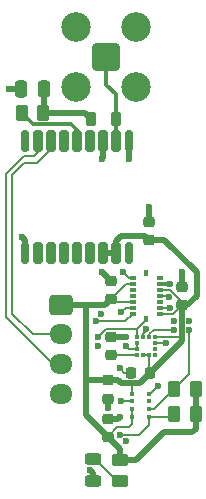
<source format=gbr>
%TF.GenerationSoftware,KiCad,Pcbnew,8.0.8*%
%TF.CreationDate,2025-02-07T05:59:22-05:00*%
%TF.ProjectId,SensorBoardNoMCU,53656e73-6f72-4426-9f61-72644e6f4d43,rev?*%
%TF.SameCoordinates,Original*%
%TF.FileFunction,Copper,L1,Top*%
%TF.FilePolarity,Positive*%
%FSLAX46Y46*%
G04 Gerber Fmt 4.6, Leading zero omitted, Abs format (unit mm)*
G04 Created by KiCad (PCBNEW 8.0.8) date 2025-02-07 05:59:22*
%MOMM*%
%LPD*%
G01*
G04 APERTURE LIST*
G04 Aperture macros list*
%AMRoundRect*
0 Rectangle with rounded corners*
0 $1 Rounding radius*
0 $2 $3 $4 $5 $6 $7 $8 $9 X,Y pos of 4 corners*
0 Add a 4 corners polygon primitive as box body*
4,1,4,$2,$3,$4,$5,$6,$7,$8,$9,$2,$3,0*
0 Add four circle primitives for the rounded corners*
1,1,$1+$1,$2,$3*
1,1,$1+$1,$4,$5*
1,1,$1+$1,$6,$7*
1,1,$1+$1,$8,$9*
0 Add four rect primitives between the rounded corners*
20,1,$1+$1,$2,$3,$4,$5,0*
20,1,$1+$1,$4,$5,$6,$7,0*
20,1,$1+$1,$6,$7,$8,$9,0*
20,1,$1+$1,$8,$9,$2,$3,0*%
G04 Aperture macros list end*
%TA.AperFunction,SMDPad,CuDef*%
%ADD10RoundRect,0.225000X0.250000X-0.225000X0.250000X0.225000X-0.250000X0.225000X-0.250000X-0.225000X0*%
%TD*%
%TA.AperFunction,SMDPad,CuDef*%
%ADD11RoundRect,0.243750X0.456250X-0.243750X0.456250X0.243750X-0.456250X0.243750X-0.456250X-0.243750X0*%
%TD*%
%TA.AperFunction,SMDPad,CuDef*%
%ADD12R,0.590000X0.350000*%
%TD*%
%TA.AperFunction,SMDPad,CuDef*%
%ADD13R,0.350000X0.590000*%
%TD*%
%TA.AperFunction,SMDPad,CuDef*%
%ADD14RoundRect,0.225000X-0.250000X0.225000X-0.250000X-0.225000X0.250000X-0.225000X0.250000X0.225000X0*%
%TD*%
%TA.AperFunction,SMDPad,CuDef*%
%ADD15RoundRect,0.218750X-0.218750X-0.381250X0.218750X-0.381250X0.218750X0.381250X-0.218750X0.381250X0*%
%TD*%
%TA.AperFunction,SMDPad,CuDef*%
%ADD16RoundRect,0.250000X0.262500X0.450000X-0.262500X0.450000X-0.262500X-0.450000X0.262500X-0.450000X0*%
%TD*%
%TA.AperFunction,SMDPad,CuDef*%
%ADD17RoundRect,0.250000X0.250000X0.475000X-0.250000X0.475000X-0.250000X-0.475000X0.250000X-0.475000X0*%
%TD*%
%TA.AperFunction,ComponentPad*%
%ADD18RoundRect,0.200100X-0.949900X0.949900X-0.949900X-0.949900X0.949900X-0.949900X0.949900X0.949900X0*%
%TD*%
%TA.AperFunction,ComponentPad*%
%ADD19C,2.500000*%
%TD*%
%TA.AperFunction,SMDPad,CuDef*%
%ADD20R,0.350000X0.350000*%
%TD*%
%TA.AperFunction,SMDPad,CuDef*%
%ADD21RoundRect,0.250000X-0.450000X0.262500X-0.450000X-0.262500X0.450000X-0.262500X0.450000X0.262500X0*%
%TD*%
%TA.AperFunction,SMDPad,CuDef*%
%ADD22RoundRect,0.225000X0.225000X0.250000X-0.225000X0.250000X-0.225000X-0.250000X0.225000X-0.250000X0*%
%TD*%
%TA.AperFunction,ComponentPad*%
%ADD23RoundRect,0.250000X-0.725000X0.600000X-0.725000X-0.600000X0.725000X-0.600000X0.725000X0.600000X0*%
%TD*%
%TA.AperFunction,ComponentPad*%
%ADD24O,1.950000X1.700000*%
%TD*%
%TA.AperFunction,SMDPad,CuDef*%
%ADD25RoundRect,0.175000X0.175000X-0.725000X0.175000X0.725000X-0.175000X0.725000X-0.175000X-0.725000X0*%
%TD*%
%TA.AperFunction,SMDPad,CuDef*%
%ADD26RoundRect,0.200000X0.200000X-0.700000X0.200000X0.700000X-0.200000X0.700000X-0.200000X-0.700000X0*%
%TD*%
%TA.AperFunction,SMDPad,CuDef*%
%ADD27RoundRect,0.250000X-0.262500X-0.450000X0.262500X-0.450000X0.262500X0.450000X-0.262500X0.450000X0*%
%TD*%
%TA.AperFunction,SMDPad,CuDef*%
%ADD28R,0.375000X0.350000*%
%TD*%
%TA.AperFunction,SMDPad,CuDef*%
%ADD29R,0.350000X0.375000*%
%TD*%
%TA.AperFunction,ViaPad*%
%ADD30C,0.600000*%
%TD*%
%TA.AperFunction,Conductor*%
%ADD31C,0.200000*%
%TD*%
%TA.AperFunction,Conductor*%
%ADD32C,0.500000*%
%TD*%
%TA.AperFunction,Conductor*%
%ADD33C,0.508000*%
%TD*%
%TA.AperFunction,Conductor*%
%ADD34C,0.300000*%
%TD*%
%TA.AperFunction,Conductor*%
%ADD35C,0.370000*%
%TD*%
G04 APERTURE END LIST*
D10*
%TO.P,C3,1*%
%TO.N,+3.3V*%
X98500000Y-83275000D03*
%TO.P,C3,2*%
%TO.N,GND*%
X98500000Y-81725000D03*
%TD*%
D11*
%TO.P,D1,1,K*%
%TO.N,GND*%
X97000000Y-98687500D03*
%TO.P,D1,2,A*%
%TO.N,Net-(D1-A)*%
X97000000Y-96812500D03*
%TD*%
D12*
%TO.P,U1,1,INT2*%
%TO.N,unconnected-(U1-INT2-Pad1)*%
X102665000Y-81500000D03*
%TO.P,U1,2,NC*%
%TO.N,GND*%
X102665000Y-82000000D03*
%TO.P,U1,3,VDD*%
%TO.N,+3.3V*%
X102665000Y-82500000D03*
%TO.P,U1,4,GNDA*%
%TO.N,GND*%
X102665000Y-83000000D03*
%TO.P,U1,5,CSB2*%
%TO.N,unconnected-(U1-CSB2-Pad5)*%
X102665000Y-83500000D03*
%TO.P,U1,6,GNDIO*%
%TO.N,GND*%
X102665000Y-84000000D03*
%TO.P,U1,7,PS*%
%TO.N,+3.3V*%
X102665000Y-84500000D03*
D13*
%TO.P,U1,8,SCL/SCK*%
%TO.N,SCL1*%
X101500000Y-84915000D03*
D12*
%TO.P,U1,9,SDA/SDI*%
%TO.N,SDA1*%
X100335000Y-84500000D03*
%TO.P,U1,10,SDO2*%
%TO.N,GND*%
X100335000Y-84000000D03*
%TO.P,U1,11,VDDIO*%
%TO.N,+3.3V*%
X100335000Y-83500000D03*
%TO.P,U1,12,INT3*%
%TO.N,unconnected-(U1-INT3-Pad12)*%
X100335000Y-83000000D03*
%TO.P,U1,13,INT4*%
%TO.N,unconnected-(U1-INT4-Pad13)*%
X100335000Y-82500000D03*
%TO.P,U1,14,CSB1*%
%TO.N,+3.3V*%
X100335000Y-82000000D03*
%TO.P,U1,15,SDO1*%
%TO.N,GND*%
X100335000Y-81500000D03*
D13*
%TO.P,U1,16,INT1*%
%TO.N,unconnected-(U1-INT1-Pad16)*%
X101500000Y-81085000D03*
%TD*%
D10*
%TO.P,C7,1*%
%TO.N,Net-(U2-C1)*%
X98500000Y-88025000D03*
%TO.P,C7,2*%
%TO.N,GND*%
X98500000Y-86475000D03*
%TD*%
D14*
%TO.P,C9,1*%
%TO.N,+3.3V*%
X98250000Y-90125000D03*
%TO.P,C9,2*%
%TO.N,GND*%
X98250000Y-91675000D03*
%TD*%
D15*
%TO.P,L1,1,1*%
%TO.N,/Antenna Power*%
X96812500Y-68000000D03*
%TO.P,L1,2,2*%
%TO.N,/RF_IN*%
X98937500Y-68000000D03*
%TD*%
D10*
%TO.P,C8,1*%
%TO.N,+3.3V*%
X98250000Y-94925000D03*
%TO.P,C8,2*%
%TO.N,GND*%
X98250000Y-93375000D03*
%TD*%
D16*
%TO.P,R2,1*%
%TO.N,+3.3V*%
X105662500Y-90875000D03*
%TO.P,R2,2*%
%TO.N,SDA1*%
X103837500Y-90875000D03*
%TD*%
D17*
%TO.P,C6,1*%
%TO.N,/Antenna Power*%
X92824999Y-65500000D03*
%TO.P,C6,2*%
%TO.N,GND*%
X90925001Y-65500000D03*
%TD*%
D16*
%TO.P,R3,1*%
%TO.N,+3.3V*%
X105662500Y-93000000D03*
%TO.P,R3,2*%
%TO.N,SCL1*%
X103837500Y-93000000D03*
%TD*%
D10*
%TO.P,C2,1*%
%TO.N,+3.3V*%
X104500000Y-83775000D03*
%TO.P,C2,2*%
%TO.N,GND*%
X104500000Y-82225000D03*
%TD*%
D18*
%TO.P,J1,1,In*%
%TO.N,/RF_IN*%
X98125000Y-62750000D03*
D19*
%TO.P,J1,2,Ext*%
%TO.N,GND*%
X100665000Y-60210000D03*
X95585000Y-60210000D03*
X100665000Y-65290000D03*
X95585000Y-65290000D03*
%TD*%
D20*
%TO.P,U4,1,GND*%
%TO.N,GND*%
X101725000Y-91275000D03*
%TO.P,U4,2,~{CSB}*%
%TO.N,unconnected-(U4-~{CSB}-Pad2)*%
X101725000Y-91925000D03*
%TO.P,U4,3,SDI*%
%TO.N,SDA1*%
X101725000Y-92575000D03*
%TO.P,U4,4,SCK*%
%TO.N,SCL1*%
X101725000Y-93225000D03*
%TO.P,U4,5,SDO*%
%TO.N,+3.3V*%
X100275000Y-93225000D03*
%TO.P,U4,6,VDDIO*%
X100275000Y-92575000D03*
%TO.P,U4,7,GND__1*%
%TO.N,GND*%
X100275000Y-91925000D03*
%TO.P,U4,8,VDD*%
%TO.N,+3.3V*%
X100275000Y-91275000D03*
%TD*%
D21*
%TO.P,R4,1*%
%TO.N,+3.3V*%
X99250000Y-96837500D03*
%TO.P,R4,2*%
%TO.N,Net-(D1-A)*%
X99250000Y-98662500D03*
%TD*%
D22*
%TO.P,C5,1*%
%TO.N,+3.3V*%
X101775000Y-89500000D03*
%TO.P,C5,2*%
%TO.N,GND*%
X100225000Y-89500000D03*
%TD*%
D23*
%TO.P,J2,1,Pin_1*%
%TO.N,+3.3V*%
X94250000Y-83750000D03*
D24*
%TO.P,J2,2,Pin_2*%
%TO.N,SDA1*%
X94250000Y-86250000D03*
%TO.P,J2,3,Pin_3*%
%TO.N,SCL1*%
X94250000Y-88750000D03*
%TO.P,J2,4,Pin_4*%
%TO.N,GND*%
X94250000Y-91250000D03*
%TD*%
D25*
%TO.P,U3,1,GND*%
%TO.N,GND*%
X91225000Y-79375000D03*
D26*
%TO.P,U3,2,TXD*%
%TO.N,unconnected-(U3-TXD-Pad2)*%
X92325000Y-79375000D03*
%TO.P,U3,3,RXD*%
%TO.N,unconnected-(U3-RXD-Pad3)*%
X93425000Y-79375000D03*
%TO.P,U3,4,TIMEPULSE*%
%TO.N,unconnected-(U3-TIMEPULSE-Pad4)*%
X94525000Y-79375000D03*
%TO.P,U3,5,EXTINT*%
%TO.N,unconnected-(U3-EXTINT-Pad5)*%
X95625000Y-79375000D03*
%TO.P,U3,6,V_BCKP*%
%TO.N,unconnected-(U3-V_BCKP-Pad6)*%
X96725000Y-79375000D03*
%TO.P,U3,7,VCC_IO*%
%TO.N,+3.3V*%
X97825000Y-79375000D03*
%TO.P,U3,8,VCC*%
X98925000Y-79375000D03*
D25*
%TO.P,U3,9,~{RESET}*%
%TO.N,unconnected-(U3-~{RESET}-Pad9)*%
X100025000Y-79375000D03*
%TO.P,U3,10,GND*%
%TO.N,GND*%
X100025000Y-69875000D03*
D26*
%TO.P,U3,11,RF_IN*%
%TO.N,/RF_IN*%
X98925000Y-69875000D03*
%TO.P,U3,12,GND*%
%TO.N,GND*%
X97825000Y-69875000D03*
%TO.P,U3,13,LNA_EN*%
%TO.N,unconnected-(U3-LNA_EN-Pad13)*%
X96725000Y-69875000D03*
%TO.P,U3,14,VCC_RF*%
%TO.N,/VCC_RF*%
X95625000Y-69875000D03*
%TO.P,U3,15,VIO_SEL*%
%TO.N,unconnected-(U3-VIO_SEL-Pad15)*%
X94525000Y-69875000D03*
%TO.P,U3,16,SDA*%
%TO.N,SDA1*%
X93425000Y-69875000D03*
%TO.P,U3,17,SCL*%
%TO.N,SCL1*%
X92325000Y-69875000D03*
D25*
%TO.P,U3,18,~{SAFEBOOT}*%
%TO.N,unconnected-(U3-~{SAFEBOOT}-Pad18)*%
X91225000Y-69875000D03*
%TD*%
D27*
%TO.P,R1,1*%
%TO.N,/VCC_RF*%
X90962500Y-67500000D03*
%TO.P,R1,2*%
%TO.N,/Antenna Power*%
X92787500Y-67500000D03*
%TD*%
D28*
%TO.P,U2,1,SCL/SPC*%
%TO.N,SCL1*%
X100737500Y-86500000D03*
%TO.P,U2,2,GND*%
%TO.N,GND*%
X100737500Y-87000000D03*
%TO.P,U2,3,GND*%
X100737500Y-87500000D03*
%TO.P,U2,4,C1*%
%TO.N,Net-(U2-C1)*%
X100737500Y-88000000D03*
D29*
%TO.P,U2,5,Vdd*%
%TO.N,+3.3V*%
X101250000Y-88012500D03*
%TO.P,U2,6,Vdd_IO*%
X101750000Y-88012500D03*
D28*
%TO.P,U2,7,INT*%
%TO.N,unconnected-(U2-INT-Pad7)*%
X102262500Y-88000000D03*
%TO.P,U2,8,DRDY*%
%TO.N,unconnected-(U2-DRDY-Pad8)*%
X102262500Y-87500000D03*
%TO.P,U2,9,SDO/SA1*%
%TO.N,GND*%
X102262500Y-87000000D03*
%TO.P,U2,10,~{CS}*%
%TO.N,+3.3V*%
X102262500Y-86500000D03*
D29*
%TO.P,U2,11,SDA/SDI/SDO*%
%TO.N,SDA1*%
X101750000Y-86487500D03*
%TO.P,U2,12,GND*%
%TO.N,GND*%
X101250000Y-86487500D03*
%TD*%
D10*
%TO.P,C1,1*%
%TO.N,+3.3V*%
X101750000Y-78250000D03*
%TO.P,C1,2*%
%TO.N,GND*%
X101750000Y-76700000D03*
%TD*%
D30*
%TO.N,GND*%
X99750000Y-86500000D03*
X101750000Y-75500000D03*
X100000000Y-71375000D03*
X99250000Y-93250000D03*
X97375000Y-87250000D03*
X97750000Y-81000000D03*
X99375000Y-91875000D03*
X105125000Y-85125000D03*
X99375000Y-84375000D03*
X103875000Y-85125000D03*
X89875000Y-65500000D03*
X102500000Y-90625000D03*
X103396446Y-83103554D03*
X99750000Y-87250000D03*
X99500000Y-81000000D03*
X104500000Y-81000000D03*
X103125000Y-87000000D03*
X103500000Y-82000000D03*
X91000000Y-78000000D03*
X103500000Y-84000000D03*
X96750000Y-97750000D03*
X99250000Y-89125000D03*
X98250000Y-92500000D03*
X97750000Y-71375000D03*
X97625000Y-84500000D03*
X99750000Y-95250000D03*
X101500000Y-85750000D03*
%TO.N,SCL1*%
X99250000Y-94750000D03*
X97375000Y-86500000D03*
%TO.N,SDA1*%
X103850000Y-85875000D03*
X105150000Y-85875000D03*
X97250000Y-85125000D03*
%TD*%
D31*
%TO.N,GND*%
X102665000Y-84000000D02*
X103250000Y-84000000D01*
D32*
X97000000Y-98000000D02*
X96750000Y-97750000D01*
D31*
X100500000Y-87500000D02*
X100375000Y-87500000D01*
D32*
X97000000Y-98687500D02*
X97000000Y-98000000D01*
X99725000Y-86475000D02*
X99750000Y-86500000D01*
D31*
X103292892Y-83000000D02*
X103396446Y-83103554D01*
X100335000Y-84000000D02*
X99750000Y-84000000D01*
D32*
X98250000Y-93375000D02*
X99125000Y-93375000D01*
X100025000Y-71350000D02*
X100000000Y-71375000D01*
D31*
X102665000Y-83000000D02*
X103292892Y-83000000D01*
D32*
X98250000Y-91675000D02*
X98250000Y-92500000D01*
D31*
X100000000Y-81500000D02*
X99500000Y-81000000D01*
X100500000Y-87500000D02*
X100000000Y-87500000D01*
X101500000Y-85750000D02*
X101500000Y-85975000D01*
X102665000Y-84000000D02*
X103500000Y-84000000D01*
D32*
X98500000Y-81725000D02*
X98475000Y-81725000D01*
X98475000Y-81725000D02*
X97750000Y-81000000D01*
D31*
X101850000Y-91275000D02*
X102500000Y-90625000D01*
X99425000Y-91925000D02*
X99375000Y-91875000D01*
X100225000Y-89500000D02*
X99625000Y-89500000D01*
D33*
X101750000Y-75500000D02*
X101750000Y-76700000D01*
D32*
X91225000Y-78225000D02*
X91000000Y-78000000D01*
D31*
X101500000Y-85975000D02*
X101250000Y-86225000D01*
X100275000Y-91925000D02*
X99425000Y-91925000D01*
D32*
X97825000Y-69875000D02*
X97825000Y-71300000D01*
D31*
X102262500Y-87000000D02*
X103125000Y-87000000D01*
D32*
X91225000Y-79375000D02*
X91225000Y-78225000D01*
D31*
X101250000Y-86225000D02*
X101250000Y-86487500D01*
X100737500Y-87500000D02*
X100737500Y-87000000D01*
D32*
X90925001Y-65500000D02*
X89875000Y-65500000D01*
X99125000Y-93375000D02*
X99250000Y-93250000D01*
D34*
X102665000Y-82000000D02*
X103500000Y-82000000D01*
D31*
X99750000Y-84000000D02*
X99375000Y-84375000D01*
D32*
X104500000Y-82225000D02*
X104500000Y-81000000D01*
X97825000Y-71300000D02*
X97750000Y-71375000D01*
D31*
X100000000Y-87500000D02*
X99750000Y-87250000D01*
X99625000Y-89500000D02*
X99250000Y-89125000D01*
X100335000Y-81500000D02*
X100000000Y-81500000D01*
D32*
X100025000Y-69875000D02*
X100025000Y-71350000D01*
D31*
X101725000Y-91275000D02*
X101850000Y-91275000D01*
X100737500Y-87500000D02*
X100500000Y-87500000D01*
X102665000Y-83000000D02*
X103035000Y-83000000D01*
D32*
X98500000Y-86475000D02*
X99725000Y-86475000D01*
%TO.N,+3.3V*%
X96375000Y-92000000D02*
X96375000Y-83750000D01*
D31*
X99775000Y-82000000D02*
X98500000Y-83275000D01*
D32*
X98250000Y-94925000D02*
X96375000Y-93050000D01*
X96375000Y-90125000D02*
X98250000Y-90125000D01*
X99250000Y-95925000D02*
X98250000Y-94925000D01*
D31*
X102665000Y-84500000D02*
X103775000Y-84500000D01*
D32*
X98250000Y-90125000D02*
X99125000Y-90125000D01*
X99375000Y-77875000D02*
X98925000Y-78325000D01*
X104500000Y-83775000D02*
X104975000Y-83775000D01*
X104975000Y-83775000D02*
X105750000Y-83000000D01*
X100250000Y-90325000D02*
X100950000Y-90325000D01*
D31*
X103500000Y-82500000D02*
X104500000Y-83500000D01*
X100275000Y-91275000D02*
X100275000Y-90350000D01*
D32*
X100950000Y-90325000D02*
X101775000Y-89500000D01*
X100662500Y-96837500D02*
X99250000Y-96837500D01*
D31*
X99050000Y-94125000D02*
X98250000Y-94925000D01*
X100275000Y-93225000D02*
X100275000Y-93850000D01*
D32*
X101775000Y-89500000D02*
X104500000Y-86775000D01*
X101750000Y-78250000D02*
X101375000Y-77875000D01*
X105662500Y-90750000D02*
X105662500Y-93000000D01*
D31*
X102665000Y-82500000D02*
X103500000Y-82500000D01*
D32*
X98925000Y-79375000D02*
X97825000Y-79375000D01*
D31*
X102262500Y-86500000D02*
X104375000Y-86500000D01*
D32*
X103000000Y-94500000D02*
X100662500Y-96837500D01*
X94250000Y-83750000D02*
X98025000Y-83750000D01*
X96375000Y-93050000D02*
X96375000Y-92000000D01*
D31*
X100275000Y-93850000D02*
X100000000Y-94125000D01*
X101250000Y-88012500D02*
X101750000Y-88012500D01*
D32*
X98925000Y-78325000D02*
X98925000Y-79375000D01*
X104500000Y-86775000D02*
X104500000Y-86375000D01*
X98025000Y-83750000D02*
X98500000Y-83275000D01*
D31*
X100335000Y-82000000D02*
X99775000Y-82000000D01*
X101750000Y-88012500D02*
X101775000Y-88037500D01*
D32*
X99250000Y-96837500D02*
X99250000Y-95925000D01*
X103000000Y-78250000D02*
X101750000Y-78250000D01*
X105662500Y-94212500D02*
X105375000Y-94500000D01*
X105375000Y-94500000D02*
X103000000Y-94500000D01*
X104500000Y-86375000D02*
X104500000Y-83775000D01*
X105662500Y-93000000D02*
X105662500Y-94212500D01*
X105750000Y-83000000D02*
X105750000Y-81000000D01*
D31*
X101750000Y-89475000D02*
X101775000Y-89500000D01*
X100275000Y-90350000D02*
X100250000Y-90325000D01*
D32*
X99325000Y-90325000D02*
X100250000Y-90325000D01*
X96375000Y-83750000D02*
X94250000Y-83750000D01*
D31*
X103775000Y-84500000D02*
X104500000Y-83775000D01*
D32*
X96375000Y-92000000D02*
X96375000Y-90125000D01*
D31*
X100275000Y-92575000D02*
X100275000Y-93225000D01*
D32*
X105750000Y-81000000D02*
X103000000Y-78250000D01*
D31*
X100335000Y-83500000D02*
X98725000Y-83500000D01*
X104500000Y-83500000D02*
X104500000Y-83775000D01*
X104375000Y-86500000D02*
X104500000Y-86375000D01*
D32*
X99125000Y-90125000D02*
X99325000Y-90325000D01*
D31*
X98725000Y-83500000D02*
X98500000Y-83275000D01*
D32*
X101375000Y-77875000D02*
X99375000Y-77875000D01*
D31*
X100000000Y-94125000D02*
X99050000Y-94125000D01*
X101750000Y-88012500D02*
X101750000Y-89475000D01*
D35*
%TO.N,/RF_IN*%
X98125000Y-62750000D02*
X98125000Y-65125000D01*
X98925000Y-65925000D02*
X98925000Y-69875000D01*
D31*
X98875000Y-62750000D02*
X99000000Y-62875000D01*
D35*
X98125000Y-65125000D02*
X98925000Y-65925000D01*
D32*
%TO.N,/Antenna Power*%
X92787500Y-67500000D02*
X96312500Y-67500000D01*
X92824999Y-65500000D02*
X92824999Y-67462501D01*
X96312500Y-67500000D02*
X96812500Y-68000000D01*
X92824999Y-67462501D02*
X92787500Y-67500000D01*
D31*
%TO.N,Net-(U2-C1)*%
X100737500Y-88000000D02*
X98525000Y-88000000D01*
X98525000Y-88000000D02*
X98500000Y-88025000D01*
D34*
%TO.N,/VCC_RF*%
X95625000Y-68975000D02*
X95100000Y-68450000D01*
X95100000Y-68450000D02*
X91912500Y-68450000D01*
X91912500Y-68450000D02*
X90962500Y-67500000D01*
X95625000Y-69875000D02*
X95625000Y-68975000D01*
D31*
%TO.N,SCL1*%
X97375000Y-86500000D02*
X98050000Y-85825000D01*
X92325000Y-70800000D02*
X92325000Y-69875000D01*
X100062500Y-85825000D02*
X100737500Y-85825000D01*
X100675000Y-85825000D02*
X101500000Y-85000000D01*
X100737500Y-85825000D02*
X100737500Y-86500000D01*
X99250000Y-94750000D02*
X100875000Y-94750000D01*
X89625000Y-72625000D02*
X91125000Y-71125000D01*
X98050000Y-85825000D02*
X100062500Y-85825000D01*
X101500000Y-85000000D02*
X101500000Y-84915000D01*
X103837500Y-93000000D02*
X103587500Y-93250000D01*
X101725000Y-93900000D02*
X101725000Y-93225000D01*
X94250000Y-88750000D02*
X93575736Y-88750000D01*
X103587500Y-93250000D02*
X101750000Y-93250000D01*
X92000000Y-71125000D02*
X92325000Y-70800000D01*
X100062500Y-85825000D02*
X100675000Y-85825000D01*
X100875000Y-94750000D02*
X101725000Y-93900000D01*
X101750000Y-93250000D02*
X101725000Y-93225000D01*
X93575736Y-88750000D02*
X89625000Y-84799264D01*
X89625000Y-84799264D02*
X89625000Y-72625000D01*
X91125000Y-71125000D02*
X92000000Y-71125000D01*
%TO.N,SDA1*%
X94250000Y-86250000D02*
X91875000Y-86250000D01*
X97250000Y-85125000D02*
X99710000Y-85125000D01*
X91125000Y-71750000D02*
X92250000Y-71750000D01*
X91875000Y-86250000D02*
X90125000Y-84500000D01*
X90125000Y-84500000D02*
X90125000Y-72750000D01*
X92250000Y-71750000D02*
X93425000Y-70575000D01*
X90125000Y-72750000D02*
X91125000Y-71750000D01*
X103837500Y-90875000D02*
X102137500Y-92575000D01*
X102137500Y-92575000D02*
X101725000Y-92575000D01*
X94500000Y-86250000D02*
X94750000Y-86000000D01*
X99710000Y-85125000D02*
X100335000Y-84500000D01*
X105150000Y-85875000D02*
X105150000Y-89562500D01*
X102125000Y-85875000D02*
X103850000Y-85875000D01*
X93425000Y-70575000D02*
X93425000Y-69875000D01*
X101750000Y-86250000D02*
X102125000Y-85875000D01*
X105150000Y-89562500D02*
X103837500Y-90875000D01*
X94250000Y-86250000D02*
X94500000Y-86250000D01*
X101750000Y-86487500D02*
X101750000Y-86250000D01*
%TO.N,unconnected-(U3-~{SAFEBOOT}-Pad18)*%
X91500000Y-70000000D02*
X91500000Y-70600000D01*
%TO.N,Net-(D1-A)*%
X97187500Y-96812500D02*
X97000000Y-96812500D01*
X99037500Y-98662500D02*
X97187500Y-96812500D01*
X99250000Y-98662500D02*
X99037500Y-98662500D01*
%TD*%
M02*

</source>
